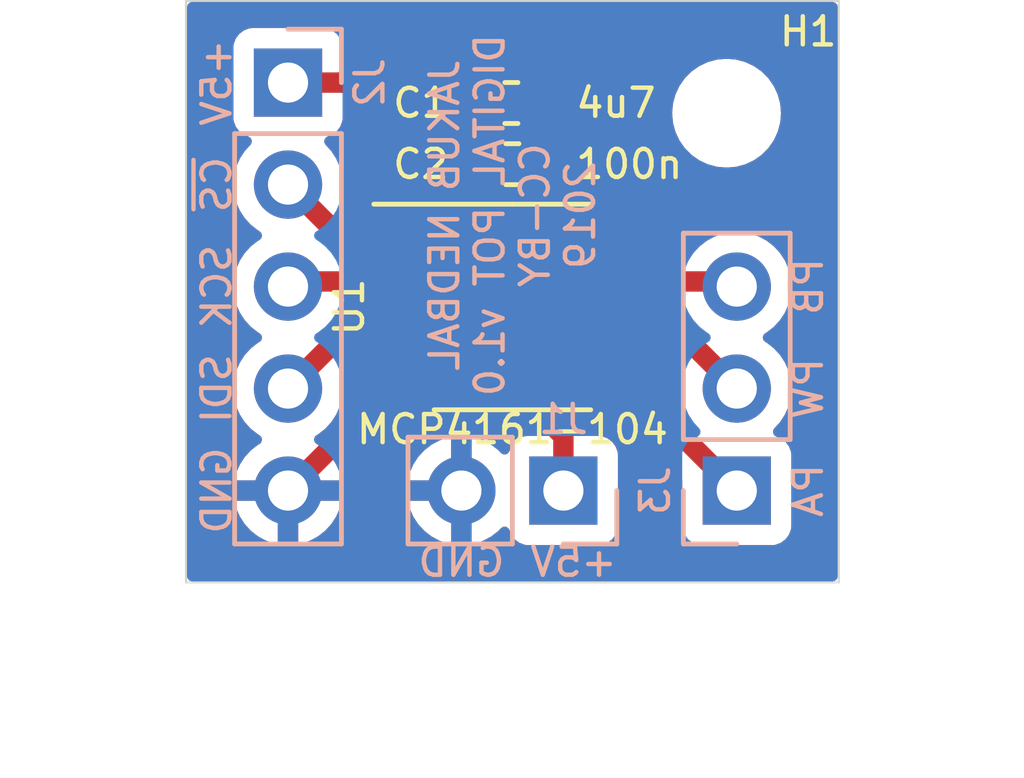
<source format=kicad_pcb>
(kicad_pcb (version 20221018) (generator pcbnew)
  (layers (0 "F.Cu" signal) (31 "B.Cu" signal) (34 "B.Paste" user) (35 "F.Paste" user) (36 "B.SilkS" user "B.Silkscreen") (37 "F.SilkS" user "F.Silkscreen") (38 "B.Mask" user) (39 "F.Mask" user) (44 "Edge.Cuts" user))
  (net 0 "")
  (net 1 "+5V")
  (net 2 "GND")
  (net 3 "/~{CS}")
  (net 4 "/SCK")
  (net 5 "/SDI")
  (net 6 "/PA")
  (net 7 "/PW")
  (net 8 "/PB")
  (footprint "Capacitor_SMD:C_0603_1608Metric" (layer "F.Cu") (at 150.5965 64.262 180)
    (fp_text reference "C1" (at 1.4985 0) (layer "F.SilkS") (effects (font (size 0.7 0.7) (thickness 0.11)) (justify right)))
    (fp_text value "4u7" (at -1.5495 0) (layer "F.SilkS") (effects (font (size 0.7 0.7) (thickness 0.11)) (justify left)))
    (fp_line (start -0.162779 -0.51) (end 0.162779 -0.51) (stroke (width 0.12)) (layer "F.SilkS"))
    (fp_line (start -0.162779 0.51) (end 0.162779 0.51) (stroke (width 0.12)) (layer "F.SilkS"))
    (pad "1" smd roundrect (at -0.7875 0 180) (size 0.875 0.95) (layers "F.Cu" "F.Paste" "F.Mask") (net 1 "+5V"))
    (pad "2" smd roundrect (at 0.7875 0 180) (size 0.875 0.95) (layers "F.Cu" "F.Paste" "F.Mask") (net 2 "GND"))
  )
  (footprint "Capacitor_SMD:C_0603_1608Metric" (layer "F.Cu") (at 150.622 65.786 180)
    (fp_text reference "C2" (at 1.524 0) (layer "F.SilkS") (effects (font (size 0.7 0.7) (thickness 0.11)) (justify right)))
    (fp_text value "100n" (at -1.524 0) (layer "F.SilkS") (effects (font (size 0.7 0.7) (thickness 0.11)) (justify left)))
    (fp_line (start -0.162779 -0.51) (end 0.162779 -0.51) (stroke (width 0.12)) (layer "F.SilkS"))
    (fp_line (start -0.162779 0.51) (end 0.162779 0.51) (stroke (width 0.12)) (layer "F.SilkS"))
    (pad "1" smd roundrect (at -0.7875 0 180) (size 0.875 0.95) (layers "F.Cu" "F.Paste" "F.Mask") (net 1 "+5V"))
    (pad "2" smd roundrect (at 0.7875 0 180) (size 0.875 0.95) (layers "F.Cu" "F.Paste" "F.Mask") (net 2 "GND"))
  )
  (footprint "Package_SO:SOIC-8_3.9x4.9mm_P1.27mm" (layer "F.Cu") (at 150.622 69.342)
    (fp_text reference "U1" (at -4.064 0 90) (layer "F.SilkS") (effects (font (size 0.7 0.7) (thickness 0.11))))
    (fp_text value "MCP4161-104" (at 0 3.048) (layer "F.SilkS") (effects (font (size 0.7 0.7) (thickness 0.11))))
    (fp_line (start 0 -2.56) (end -3.45 -2.56) (stroke (width 0.12)) (layer "F.SilkS"))
    (fp_line (start 0 -2.56) (end 1.95 -2.56) (stroke (width 0.12)) (layer "F.SilkS"))
    (fp_line (start 0 2.56) (end -1.95 2.56) (stroke (width 0.12)) (layer "F.SilkS"))
    (fp_line (start 0 2.56) (end 1.95 2.56) (stroke (width 0.12)) (layer "F.SilkS"))
    (pad "1" smd roundrect (at -2.475 -1.905) (size 1.95 0.6) (layers "F.Cu" "F.Paste" "F.Mask") (net 3 "/~{CS}"))
    (pad "2" smd roundrect (at -2.475 -0.635) (size 1.95 0.6) (layers "F.Cu" "F.Paste" "F.Mask") (net 4 "/SCK"))
    (pad "3" smd roundrect (at -2.475 0.635) (size 1.95 0.6) (layers "F.Cu" "F.Paste" "F.Mask") (net 5 "/SDI"))
    (pad "4" smd roundrect (at -2.475 1.905) (size 1.95 0.6) (layers "F.Cu" "F.Paste" "F.Mask") (net 2 "GND"))
    (pad "5" smd roundrect (at 2.475 1.905) (size 1.95 0.6) (layers "F.Cu" "F.Paste" "F.Mask") (net 6 "/PA"))
    (pad "6" smd roundrect (at 2.475 0.635) (size 1.95 0.6) (layers "F.Cu" "F.Paste" "F.Mask") (net 7 "/PW"))
    (pad "7" smd roundrect (at 2.475 -0.635) (size 1.95 0.6) (layers "F.Cu" "F.Paste" "F.Mask") (net 8 "/PB"))
    (pad "8" smd roundrect (at 2.475 -1.905) (size 1.95 0.6) (layers "F.Cu" "F.Paste" "F.Mask") (net 1 "+5V"))
  )
  (footprint "MountingHole:MountingHole_2.2mm_M2" (layer "F.Cu") (at 155.956 64.516)
    (fp_text reference "H1" (at 2.032 -2.032) (layer "F.SilkS") (effects (font (size 0.7 0.7) (thickness 0.11))))
    (fp_text value "2.2mm")
    (pad "" np_thru_hole circle (at 0 0) (size 2.2 2.2) (drill 2.2) (layers "*.Cu" "*.Mask"))
  )
  (footprint "Connector_PinHeader_2.54mm:PinHeader_1x02_P2.54mm_Vertical" (layer "B.Cu") (at 151.892 73.914 90)
    (fp_text reference "J1" (at 1.778 0) (layer "B.SilkS") (effects (font (size 0.7 0.7) (thickness 0.11)) (justify mirror)))
    (fp_text value "2-Way Pin Header")
    (fp_line (start -1.33 -3.87) (end 1.33 -3.87) (stroke (width 0.12)) (layer "B.SilkS"))
    (fp_line (start -1.33 -1.27) (end -1.33 -3.87) (stroke (width 0.12)) (layer "B.SilkS"))
    (fp_line (start -1.33 -1.27) (end 1.33 -1.27) (stroke (width 0.12)) (layer "B.SilkS"))
    (fp_line (start -1.33 0) (end -1.33 1.33) (stroke (width 0.12)) (layer "B.SilkS"))
    (fp_line (start -1.33 1.33) (end 0 1.33) (stroke (width 0.12)) (layer "B.SilkS"))
    (fp_line (start 1.33 -1.27) (end 1.33 -3.87) (stroke (width 0.12)) (layer "B.SilkS"))
    (pad "1" thru_hole rect (at 0 0 90) (size 1.7 1.7) (drill 1) (layers "*.Cu" "*.Mask") (net 1 "+5V"))
    (pad "2" thru_hole oval (at 0 -2.54 90) (size 1.7 1.7) (drill 1) (layers "*.Cu" "*.Mask") (net 2 "GND"))
  )
  (footprint "Connector_PinHeader_2.54mm:PinHeader_1x03_P2.54mm_Vertical" (layer "B.Cu") (at 156.21 73.914)
    (fp_text reference "J3" (at -2.032 0 90) (layer "B.SilkS") (effects (font (size 0.7 0.7) (thickness 0.11)) (justify mirror)))
    (fp_text value "3-Way Pin Header")
    (fp_line (start -1.33 -6.41) (end 1.33 -6.41) (stroke (width 0.12)) (layer "B.SilkS"))
    (fp_line (start -1.33 -1.27) (end -1.33 -6.41) (stroke (width 0.12)) (layer "B.SilkS"))
    (fp_line (start -1.33 -1.27) (end 1.33 -1.27) (stroke (width 0.12)) (layer "B.SilkS"))
    (fp_line (start -1.33 0) (end -1.33 1.33) (stroke (width 0.12)) (layer "B.SilkS"))
    (fp_line (start -1.33 1.33) (end 0 1.33) (stroke (width 0.12)) (layer "B.SilkS"))
    (fp_line (start 1.33 -1.27) (end 1.33 -6.41) (stroke (width 0.12)) (layer "B.SilkS"))
    (pad "1" thru_hole rect (at 0 0) (size 1.7 1.7) (drill 1) (layers "*.Cu" "*.Mask") (net 6 "/PA"))
    (pad "2" thru_hole oval (at 0 -2.54) (size 1.7 1.7) (drill 1) (layers "*.Cu" "*.Mask") (net 7 "/PW"))
    (pad "3" thru_hole oval (at 0 -5.08) (size 1.7 1.7) (drill 1) (layers "*.Cu" "*.Mask") (net 8 "/PB"))
  )
  (footprint "Connector_PinHeader_2.54mm:PinHeader_1x05_P2.54mm_Vertical" (layer "B.Cu") (at 145.034 63.754 180)
    (fp_text reference "J2" (at -2.032 0 90) (layer "B.SilkS") (effects (font (size 0.7 0.7) (thickness 0.11)) (justify mirror)))
    (fp_text value "5-Way Pin Header")
    (fp_line (start -1.33 -11.49) (end 1.33 -11.49) (stroke (width 0.12)) (layer "B.SilkS"))
    (fp_line (start -1.33 -1.27) (end -1.33 -11.49) (stroke (width 0.12)) (layer "B.SilkS"))
    (fp_line (start -1.33 -1.27) (end 1.33 -1.27) (stroke (width 0.12)) (layer "B.SilkS"))
    (fp_line (start -1.33 0) (end -1.33 1.33) (stroke (width 0.12)) (layer "B.SilkS"))
    (fp_line (start -1.33 1.33) (end 0 1.33) (stroke (width 0.12)) (layer "B.SilkS"))
    (fp_line (start 1.33 -1.27) (end 1.33 -11.49) (stroke (width 0.12)) (layer "B.SilkS"))
    (pad "1" thru_hole rect (at 0 0 180) (size 1.7 1.7) (drill 1) (layers "*.Cu" "*.Mask") (net 1 "+5V"))
    (pad "2" thru_hole oval (at 0 -2.54 180) (size 1.7 1.7) (drill 1) (layers "*.Cu" "*.Mask") (net 3 "/~{CS}"))
    (pad "3" thru_hole oval (at 0 -5.08 180) (size 1.7 1.7) (drill 1) (layers "*.Cu" "*.Mask") (net 4 "/SCK"))
    (pad "4" thru_hole oval (at 0 -7.62 180) (size 1.7 1.7) (drill 1) (layers "*.Cu" "*.Mask") (net 5 "/SDI"))
    (pad "5" thru_hole oval (at 0 -10.16 180) (size 1.7 1.7) (drill 1) (layers "*.Cu" "*.Mask") (net 2 "GND"))
  )
  (gr_line (start 158.75 76.2) (end 142.494 76.2) (stroke (width 0.05)) (layer "Edge.Cuts"))
  (gr_line (start 142.494 76.2) (end 142.494 61.722) (stroke (width 0.05)) (layer "Edge.Cuts"))
  (gr_line (start 158.75 61.722) (end 158.75 76.2) (stroke (width 0.05)) (layer "Edge.Cuts"))
  (gr_line (start 142.494 61.722) (end 158.75 61.722) (stroke (width 0.05)) (layer "Edge.Cuts"))
  (gr_text "~{CS}" (at 143.256 66.294 90) (layer "B.SilkS") (effects (font (size 0.7 0.7) (thickness 0.11)) (justify mirror)))
  (gr_text "SCK" (at 143.256 68.834 90) (layer "B.SilkS") (effects (font (size 0.7 0.7) (thickness 0.11)) (justify mirror)))
  (gr_text "SDI" (at 143.256 71.374 90) (layer "B.SilkS") (effects (font (size 0.7 0.7) (thickness 0.11)) (justify mirror)))
  (gr_text "GND" (at 143.256 73.914 90) (layer "B.SilkS") (effects (font (size 0.7 0.7) (thickness 0.11)) (justify mirror)))
  (gr_text "GND" (at 149.352 75.692) (layer "B.SilkS") (effects (font (size 0.7 0.7) (thickness 0.11)) (justify mirror)))
  (gr_text "+5V" (at 152.146 75.692) (layer "B.SilkS") (effects (font (size 0.7 0.7) (thickness 0.11)) (justify mirror)))
  (gr_text "PB" (at 157.988 68.834 90) (layer "B.SilkS") (effects (font (size 0.7 0.7) (thickness 0.11)) (justify mirror)))
  (gr_text "PW" (at 157.988 71.374 90) (layer "B.SilkS") (effects (font (size 0.7 0.7) (thickness 0.11)) (justify mirror)))
  (gr_text "PA" (at 157.988 73.914 90) (layer "B.SilkS") (effects (font (size 0.7 0.7) (thickness 0.11)) (justify mirror)))
  (gr_text "JAKUB NEDBAL\nDIGITAL POT v1.0\nCC-BY\n2019\n" (at 150.622 67.056 90) (layer "B.SilkS") (effects (font (size 0.7 0.7) (thickness 0.11)) (justify mirror)))
  (gr_text "+5V" (at 143.256 63.754 90) (layer "B.SilkS") (effects (font (size 0.7 0.7) (thickness 0.11)) (justify mirror)))
  (segment (start 151.384 65.7605) (end 151.4095 65.786) (width 0.508) (layer "F.Cu") (net 1))
  (segment (start 151.892 72.556) (end 151.4095 72.0735) (width 0.508) (layer "F.Cu") (net 1))
  (segment (start 151.446 65.786) (end 153.097 67.437) (width 0.508) (layer "F.Cu") (net 1))
  (segment (start 151.4095 72.0735) (end 151.4095 67.8435) (width 0.508) (layer "F.Cu") (net 1))
  (segment (start 151.4095 67.8435) (end 151.4095 66.361) (width 0.508) (layer "F.Cu") (net 1))
  (segment (start 151.4095 66.361) (end 151.4095 65.786) (width 0.508) (layer "F.Cu") (net 1))
  (segment (start 151.384 64.262) (end 151.384 65.7605) (width 0.508) (layer "F.Cu") (net 1))
  (segment (start 151.4095 65.786) (end 151.446 65.786) (width 0.508) (layer "F.Cu") (net 1))
  (segment (start 146.392 63.754) (end 146.81301 63.33299) (width 0.508) (layer "F.Cu") (net 1))
  (segment (start 146.81301 63.33299) (end 150.45499 63.33299) (width 0.508) (layer "F.Cu") (net 1))
  (segment (start 150.922388 63.800388) (end 151.384 64.262) (width 0.508) (layer "F.Cu") (net 1))
  (segment (start 150.45499 63.33299) (end 150.922388 63.800388) (width 0.508) (layer "F.Cu") (net 1))
  (segment (start 151.892 73.914) (end 151.892 72.556) (width 0.508) (layer "F.Cu") (net 1))
  (segment (start 151.816 67.437) (end 153.097 67.437) (width 0.508) (layer "F.Cu") (net 1))
  (segment (start 145.034 63.754) (end 146.392 63.754) (width 0.508) (layer "F.Cu") (net 1))
  (segment (start 151.4095 67.8435) (end 151.816 67.437) (width 0.508) (layer "F.Cu") (net 1))
  (segment (start 149.352 72.452) (end 148.147 71.247) (width 0.508) (layer "F.Cu") (net 2))
  (segment (start 149.8345 70.6345) (end 149.222 71.247) (width 0.508) (layer "F.Cu") (net 2))
  (segment (start 149.809 64.262) (end 149.809 65.7605) (width 0.508) (layer "F.Cu") (net 2))
  (segment (start 148.147 71.247) (end 147.701 71.247) (width 0.508) (layer "F.Cu") (net 2))
  (segment (start 149.222 71.247) (end 148.147 71.247) (width 0.508) (layer "F.Cu") (net 2))
  (segment (start 149.809 65.7605) (end 149.8345 65.786) (width 0.508) (layer "F.Cu") (net 2))
  (segment (start 147.701 71.247) (end 145.034 73.914) (width 0.508) (layer "F.Cu") (net 2))
  (segment (start 149.8345 65.786) (end 149.8345 70.6345) (width 0.508) (layer "F.Cu") (net 2))
  (segment (start 149.352 73.914) (end 149.352 72.452) (width 0.508) (layer "F.Cu") (net 2))
  (segment (start 146.177 67.437) (end 145.034 66.294) (width 0.508) (layer "F.Cu") (net 3))
  (segment (start 148.147 67.437) (end 146.177 67.437) (width 0.508) (layer "F.Cu") (net 3))
  (segment (start 148.147 68.707) (end 145.161 68.707) (width 0.508) (layer "F.Cu") (net 4))
  (segment (start 145.161 68.707) (end 145.034 68.834) (width 0.508) (layer "F.Cu") (net 4))
  (segment (start 145.034 71.374) (end 146.431 69.977) (width 0.508) (layer "F.Cu") (net 5))
  (segment (start 146.431 69.977) (end 148.147 69.977) (width 0.508) (layer "F.Cu") (net 5))
  (segment (start 153.543 71.247) (end 156.21 73.914) (width 0.508) (layer "F.Cu") (net 6))
  (segment (start 153.097 71.247) (end 153.543 71.247) (width 0.508) (layer "F.Cu") (net 6))
  (segment (start 153.097 69.977) (end 154.813 69.977) (width 0.508) (layer "F.Cu") (net 7))
  (segment (start 154.813 69.977) (end 156.21 71.374) (width 0.508) (layer "F.Cu") (net 7))
  (segment (start 153.097 68.707) (end 156.083 68.707) (width 0.508) (layer "F.Cu") (net 8))
  (segment (start 156.083 68.707) (end 156.21 68.834) (width 0.508) (layer "F.Cu") (net 8))
  (zone (net 2) (net_name "GND") (layer "F.Cu") (connect_pads (clearance 0.508)) (min_thickness 0.254) (fill yes (thermal_gap 0.508) (thermal_bridge_width 0.508))
    (polygon (pts (xy 142.494 61.722) (xy 158.75 61.722) (xy 158.75 76.2) (xy 142.494 76.2)))
  )
  (zone (net 2) (net_name "GND") (layer "B.Cu") (connect_pads (clearance 0.508)) (min_thickness 0.254) (fill yes (thermal_gap 0.508) (thermal_bridge_width 0.508))
    (polygon (pts (xy 142.494 76.2) (xy 158.75 76.2) (xy 158.75 61.722) (xy 142.494 61.722)))
  )
)
</source>
